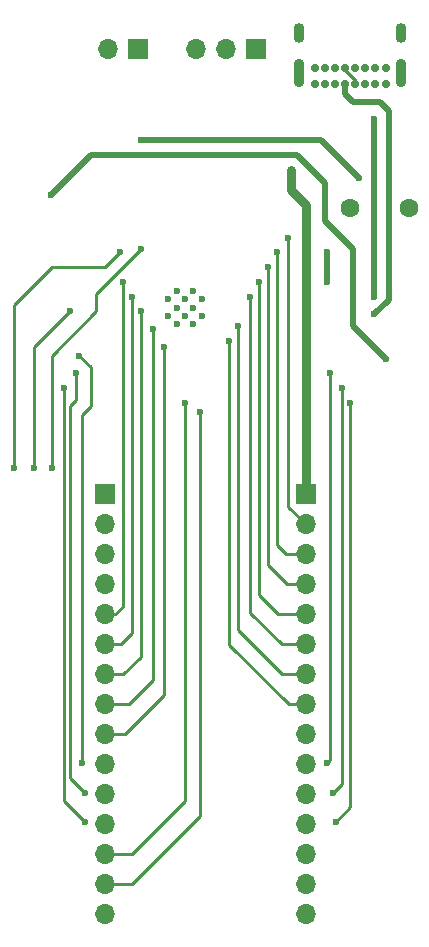
<source format=gbr>
%TF.GenerationSoftware,KiCad,Pcbnew,8.99.0-unknown-e6b739776e~181~ubuntu24.04.1*%
%TF.CreationDate,2024-12-30T21:47:43+01:00*%
%TF.ProjectId,Spinne_Werkstatt,5370696e-6e65-45f5-9765-726b73746174,rev?*%
%TF.SameCoordinates,Original*%
%TF.FileFunction,Copper,L2,Bot*%
%TF.FilePolarity,Positive*%
%FSLAX46Y46*%
G04 Gerber Fmt 4.6, Leading zero omitted, Abs format (unit mm)*
G04 Created by KiCad (PCBNEW 8.99.0-unknown-e6b739776e~181~ubuntu24.04.1) date 2024-12-30 21:47:43*
%MOMM*%
%LPD*%
G01*
G04 APERTURE LIST*
%TA.AperFunction,ComponentPad*%
%ADD10C,0.700000*%
%TD*%
%TA.AperFunction,ComponentPad*%
%ADD11O,0.900000X2.400000*%
%TD*%
%TA.AperFunction,ComponentPad*%
%ADD12O,0.900000X1.700000*%
%TD*%
%TA.AperFunction,ComponentPad*%
%ADD13O,1.700000X1.700000*%
%TD*%
%TA.AperFunction,ComponentPad*%
%ADD14R,1.700000X1.700000*%
%TD*%
%TA.AperFunction,ComponentPad*%
%ADD15C,1.600000*%
%TD*%
%TA.AperFunction,HeatsinkPad*%
%ADD16C,0.600000*%
%TD*%
%TA.AperFunction,ViaPad*%
%ADD17C,0.600000*%
%TD*%
%TA.AperFunction,Conductor*%
%ADD18C,0.762000*%
%TD*%
%TA.AperFunction,Conductor*%
%ADD19C,0.508000*%
%TD*%
%TA.AperFunction,Conductor*%
%ADD20C,0.254000*%
%TD*%
%TA.AperFunction,Conductor*%
%ADD21C,0.299974*%
%TD*%
G04 APERTURE END LIST*
D10*
%TO.P,USB-C1,A1,GND*%
%TO.N,GND*%
X154725000Y-42775000D03*
%TO.P,USB-C1,A4,VBUS*%
%TO.N,VBUS*%
X153875000Y-42775000D03*
%TO.P,USB-C1,A5,CC1*%
%TO.N,unconnected-(USB-C1-CC1-PadA5)*%
X153025000Y-42775000D03*
%TO.P,USB-C1,A6,D+*%
%TO.N,D+*%
X152175000Y-42775000D03*
%TO.P,USB-C1,A7,D-*%
%TO.N,D-*%
X151325000Y-42775000D03*
%TO.P,USB-C1,A8,SBU1*%
%TO.N,unconnected-(USB-C1-SBU1-PadA8)*%
X150475000Y-42775000D03*
%TO.P,USB-C1,A9,VBUS*%
%TO.N,VBUS*%
X149625000Y-42775000D03*
%TO.P,USB-C1,A12,GND*%
%TO.N,GND*%
X148775000Y-42775000D03*
%TO.P,USB-C1,B1,GND*%
X148775000Y-41425000D03*
%TO.P,USB-C1,B4,VBUS*%
%TO.N,VBUS*%
X149625000Y-41425000D03*
%TO.P,USB-C1,B5,CC2*%
%TO.N,unconnected-(USB-C1-CC2-PadB5)*%
X150475000Y-41425000D03*
%TO.P,USB-C1,B6,D+*%
%TO.N,D+*%
X151325000Y-41425000D03*
%TO.P,USB-C1,B7,D-*%
%TO.N,D-*%
X152175000Y-41425000D03*
%TO.P,USB-C1,B8,SBU2*%
%TO.N,unconnected-(USB-C1-SBU2-PadB8)*%
X153025000Y-41425000D03*
%TO.P,USB-C1,B9,VBUS*%
%TO.N,VBUS*%
X153875000Y-41425000D03*
%TO.P,USB-C1,B12,GND*%
%TO.N,GND*%
X154725000Y-41425000D03*
D11*
%TO.P,USB-C1,S1,SHIELD*%
X156075000Y-41795000D03*
D12*
X156075000Y-38415000D03*
D11*
X147425000Y-41795000D03*
D12*
X147425000Y-38415000D03*
%TD*%
D13*
%TO.P,J1,2,Pin_2*%
%TO.N,GND*%
X131235000Y-39750000D03*
D14*
%TO.P,J1,1,Pin_1*%
%TO.N,VCC*%
X133775000Y-39750000D03*
%TD*%
%TO.P,J3,1,Pin_1*%
%TO.N,VBUS*%
X143750000Y-39750000D03*
D13*
%TO.P,J3,2,Pin_2*%
%TO.N,+5V*%
X141210000Y-39750000D03*
%TO.P,J3,3,Pin_3*%
%TO.N,VCC*%
X138670000Y-39750000D03*
%TD*%
D15*
%TO.P,C_USB_UART1,1*%
%TO.N,+3V3*%
X156750000Y-53250000D03*
%TO.P,C_USB_UART1,2*%
%TO.N,GND*%
X151750000Y-53250000D03*
%TD*%
D13*
%TO.P,esp_right1,15,Pin_15*%
%TO.N,pin23*%
X148000000Y-113060000D03*
%TO.P,esp_right1,14,Pin_14*%
%TO.N,pin24*%
X148000000Y-110520000D03*
%TO.P,esp_right1,13,Pin_13*%
%TO.N,ESP32_IO0*%
X148000000Y-107980000D03*
%TO.P,esp_right1,12,Pin_12*%
%TO.N,pin26*%
X148000000Y-105440000D03*
%TO.P,esp_right1,11,Pin_11*%
%TO.N,pin27*%
X148000000Y-102900000D03*
%TO.P,esp_right1,10,Pin_10*%
%TO.N,pin28*%
X148000000Y-100360000D03*
%TO.P,esp_right1,9,Pin_9*%
%TO.N,pin29*%
X148000000Y-97820000D03*
%TO.P,esp_right1,8,Pin_8*%
%TO.N,pin30*%
X148000000Y-95280000D03*
%TO.P,esp_right1,7,Pin_7*%
%TO.N,pin31*%
X148000000Y-92740000D03*
%TO.P,esp_right1,6,Pin_6*%
%TO.N,pin33*%
X148000000Y-90200000D03*
%TO.P,esp_right1,5,Pin_5*%
%TO.N,ESP_RX*%
X148000000Y-87660000D03*
%TO.P,esp_right1,4,Pin_4*%
%TO.N,ESP_TX*%
X148000000Y-85120000D03*
%TO.P,esp_right1,3,Pin_3*%
%TO.N,pin36*%
X148000000Y-82580000D03*
%TO.P,esp_right1,2,Pin_2*%
%TO.N,pin37*%
X148000000Y-80040000D03*
D14*
%TO.P,esp_right1,1,Pin_1*%
%TO.N,+5V*%
X148000000Y-77500000D03*
%TD*%
D13*
%TO.P,esp_left1,15,Pin_15*%
%TO.N,pin16*%
X131000000Y-113060000D03*
%TO.P,esp_left1,14,Pin_14*%
%TO.N,pin14*%
X131000000Y-110520000D03*
%TO.P,esp_left1,13,Pin_13*%
%TO.N,pin13*%
X131000000Y-107980000D03*
%TO.P,esp_left1,12,Pin_12*%
%TO.N,pin12*%
X131000000Y-105440000D03*
%TO.P,esp_left1,11,Pin_11*%
%TO.N,pin11*%
X131000000Y-102900000D03*
%TO.P,esp_left1,10,Pin_10*%
%TO.N,pin10*%
X131000000Y-100360000D03*
%TO.P,esp_left1,9,Pin_9*%
%TO.N,pin9*%
X131000000Y-97820000D03*
%TO.P,esp_left1,8,Pin_8*%
%TO.N,pin8*%
X131000000Y-95280000D03*
%TO.P,esp_left1,7,Pin_7*%
%TO.N,pin7*%
X131000000Y-92740000D03*
%TO.P,esp_left1,6,Pin_6*%
%TO.N,pin6*%
X131000000Y-90200000D03*
%TO.P,esp_left1,5,Pin_5*%
%TO.N,pin5*%
X131000000Y-87660000D03*
%TO.P,esp_left1,4,Pin_4*%
%TO.N,pin4*%
X131000000Y-85120000D03*
%TO.P,esp_left1,3,Pin_3*%
%TO.N,ESP32_EN*%
X131000000Y-82580000D03*
%TO.P,esp_left1,2,Pin_2*%
%TO.N,+3V3*%
X131000000Y-80040000D03*
D14*
%TO.P,esp_left1,1,Pin_1*%
%TO.N,GND*%
X131000000Y-77500000D03*
%TD*%
D16*
%TO.P,U1,39,GND*%
%TO.N,GND*%
X136350000Y-60980000D03*
X136350000Y-62380000D03*
X137050000Y-60280000D03*
X137050000Y-61680000D03*
X137050000Y-63080000D03*
X137750000Y-60980000D03*
X137750000Y-62380000D03*
X138450000Y-60280000D03*
X138450000Y-61680000D03*
X138450000Y-63080000D03*
X139150000Y-60980000D03*
X139150000Y-62380000D03*
%TD*%
D17*
%TO.N,+5V*%
X146750000Y-50000000D03*
%TO.N,+3V3*%
X134000000Y-56750000D03*
X126500000Y-75250000D03*
%TO.N,ESP32_EN*%
X128000000Y-62000000D03*
X125000000Y-75250000D03*
%TO.N,pin4*%
X132250000Y-57000000D03*
X123250000Y-75250000D03*
%TO.N,pin13*%
X137750000Y-69750000D03*
%TO.N,pin14*%
X139000000Y-70500000D03*
%TO.N,pin5*%
X132500000Y-59500000D03*
%TO.N,pin6*%
X133250000Y-60750000D03*
%TO.N,pin7*%
X134000000Y-62000000D03*
%TO.N,pin8*%
X135000000Y-63500000D03*
%TO.N,pin9*%
X136000000Y-65000000D03*
%TO.N,pin37*%
X146500000Y-55750000D03*
%TO.N,pin36*%
X145500000Y-57000000D03*
%TO.N,ESP_RX*%
X144000000Y-59500000D03*
%TO.N,ESP_TX*%
X144750000Y-58250000D03*
%TO.N,pin33*%
X143250000Y-60750000D03*
%TO.N,pin31*%
X142250000Y-63250000D03*
%TO.N,pin30*%
X141500000Y-64500000D03*
%TO.N,pin28*%
X149750000Y-100250000D03*
X150000000Y-67250000D03*
%TO.N,pin27*%
X150250000Y-102750000D03*
X151000000Y-68500000D03*
%TO.N,pin26*%
X150500000Y-105250000D03*
X151750000Y-69750000D03*
%TO.N,pin10*%
X128750000Y-65770000D03*
X129000000Y-100250000D03*
%TO.N,pin11*%
X128500000Y-67250000D03*
X129250000Y-102750000D03*
%TO.N,pin12*%
X127500000Y-68500000D03*
X129250000Y-105250000D03*
%TO.N,+3V3*%
X152500000Y-50750000D03*
%TO.N,ESP_RX*%
X149750000Y-57000000D03*
X149750000Y-59500000D03*
%TO.N,D+*%
X153750000Y-45750000D03*
X153750000Y-60750000D03*
%TO.N,D-*%
X153750000Y-62250000D03*
%TO.N,+3V3*%
X134000000Y-47500000D03*
%TO.N,ESP32_EN*%
X126375000Y-52125000D03*
X154750000Y-66000000D03*
%TD*%
D18*
%TO.N,+5V*%
X146750000Y-50000000D02*
X146750000Y-51750000D01*
X146750000Y-51750000D02*
X148000000Y-53000000D01*
X148000000Y-53000000D02*
X148000000Y-77500000D01*
D19*
%TO.N,ESP32_EN*%
X154750000Y-66000000D02*
X152000000Y-63250000D01*
X152000000Y-63250000D02*
X152000000Y-56750000D01*
X129750000Y-48750000D02*
X126375000Y-52125000D01*
X152000000Y-56750000D02*
X149625000Y-54375000D01*
X149625000Y-54375000D02*
X149625000Y-51125000D01*
X149625000Y-51125000D02*
X147250000Y-48750000D01*
X147250000Y-48750000D02*
X129750000Y-48750000D01*
%TO.N,+3V3*%
X152500000Y-50750000D02*
X149250000Y-47500000D01*
X149250000Y-47500000D02*
X134000000Y-47500000D01*
D20*
X130250000Y-60500000D02*
X134000000Y-56750000D01*
X130250000Y-61000000D02*
X130250000Y-60500000D01*
X130250000Y-62000000D02*
X130250000Y-61000000D01*
%TO.N,pin4*%
X132250000Y-57000000D02*
X131000000Y-58250000D01*
X131000000Y-58250000D02*
X126500000Y-58250000D01*
X126500000Y-58250000D02*
X123250000Y-61500000D01*
X123250000Y-61500000D02*
X123250000Y-75250000D01*
%TO.N,+3V3*%
X126500000Y-75250000D02*
X126500000Y-65750000D01*
X126500000Y-65750000D02*
X130250000Y-62000000D01*
%TO.N,ESP32_EN*%
X125000000Y-75250000D02*
X125000000Y-65000000D01*
X125000000Y-65000000D02*
X128000000Y-62000000D01*
%TO.N,pin13*%
X137750000Y-92500000D02*
X137750000Y-69750000D01*
X137750000Y-92250000D02*
X137750000Y-92500000D01*
X133270000Y-107980000D02*
X137750000Y-103500000D01*
X131000000Y-107980000D02*
X133270000Y-107980000D01*
X137750000Y-103500000D02*
X137750000Y-92250000D01*
%TO.N,pin14*%
X131000000Y-110520000D02*
X133230000Y-110520000D01*
X133230000Y-110520000D02*
X139000000Y-104750000D01*
X139000000Y-104750000D02*
X139000000Y-70500000D01*
%TO.N,pin5*%
X132500000Y-87000000D02*
X132500000Y-59500000D01*
X131000000Y-87660000D02*
X131840000Y-87660000D01*
X131840000Y-87660000D02*
X132500000Y-87000000D01*
%TO.N,pin6*%
X131000000Y-90200000D02*
X132300000Y-90200000D01*
X132300000Y-90200000D02*
X133250000Y-89250000D01*
X133250000Y-89250000D02*
X133250000Y-60750000D01*
%TO.N,pin7*%
X134000000Y-62000000D02*
X134000000Y-91250000D01*
X132510000Y-92740000D02*
X131000000Y-92740000D01*
X134000000Y-91250000D02*
X132510000Y-92740000D01*
%TO.N,pin8*%
X135000000Y-63500000D02*
X135000000Y-93250000D01*
X135000000Y-93250000D02*
X132970000Y-95280000D01*
X132970000Y-95280000D02*
X131000000Y-95280000D01*
%TO.N,pin9*%
X136000000Y-65000000D02*
X136000000Y-94500000D01*
X136000000Y-94500000D02*
X132680000Y-97820000D01*
X132680000Y-97820000D02*
X131000000Y-97820000D01*
%TO.N,pin11*%
X129250000Y-102750000D02*
X128000000Y-101500000D01*
X128000000Y-101500000D02*
X128000000Y-70000000D01*
X128000000Y-70000000D02*
X128500000Y-69500000D01*
X128500000Y-69500000D02*
X128500000Y-67250000D01*
%TO.N,pin37*%
X146500000Y-55750000D02*
X146500000Y-78540000D01*
X146500000Y-78540000D02*
X148000000Y-80040000D01*
%TO.N,pin36*%
X145500000Y-81750000D02*
X145500000Y-57000000D01*
X148000000Y-82580000D02*
X146330000Y-82580000D01*
X146330000Y-82580000D02*
X145500000Y-81750000D01*
%TO.N,ESP_TX*%
X144750000Y-63925062D02*
X144750000Y-58250000D01*
%TO.N,ESP_RX*%
X144000000Y-64250000D02*
X144000000Y-59500000D01*
%TO.N,pin33*%
X148000000Y-90200000D02*
X145950000Y-90200000D01*
X145950000Y-90200000D02*
X143250000Y-87500000D01*
X143250000Y-87500000D02*
X143250000Y-60750000D01*
%TO.N,pin31*%
X148000000Y-92740000D02*
X145990000Y-92740000D01*
X145990000Y-92740000D02*
X142250000Y-89000000D01*
X142250000Y-89000000D02*
X142250000Y-63250000D01*
%TO.N,pin30*%
X141500000Y-64500000D02*
X141500000Y-90250000D01*
X141500000Y-90250000D02*
X146530000Y-95280000D01*
X146530000Y-95280000D02*
X148000000Y-95280000D01*
%TO.N,ESP_TX*%
X144750000Y-83500000D02*
X144750000Y-63925062D01*
X148000000Y-85120000D02*
X146370000Y-85120000D01*
X146370000Y-85120000D02*
X144750000Y-83500000D01*
%TO.N,ESP_RX*%
X148000000Y-87660000D02*
X145660000Y-87660000D01*
X144000000Y-86000000D02*
X144000000Y-64250000D01*
X145660000Y-87660000D02*
X144000000Y-86000000D01*
%TO.N,pin28*%
X149750000Y-100250000D02*
X150000000Y-100000000D01*
X150000000Y-100000000D02*
X150000000Y-67250000D01*
%TO.N,pin27*%
X151000000Y-68500000D02*
X151000000Y-102000000D01*
X151000000Y-102000000D02*
X150250000Y-102750000D01*
%TO.N,pin26*%
X151750000Y-104000000D02*
X151750000Y-69750000D01*
X150500000Y-105250000D02*
X151750000Y-104000000D01*
%TO.N,pin10*%
X128750000Y-65770000D02*
X128770000Y-65770000D01*
X128770000Y-65770000D02*
X129750000Y-66750000D01*
X129750000Y-66750000D02*
X129750000Y-70000000D01*
X129750000Y-70000000D02*
X129000000Y-70750000D01*
X129000000Y-70750000D02*
X129000000Y-100250000D01*
%TO.N,pin12*%
X127500000Y-103500000D02*
X127500000Y-68500000D01*
X129250000Y-105250000D02*
X127500000Y-103500000D01*
D19*
%TO.N,ESP_RX*%
X149750000Y-59500000D02*
X149750000Y-57000000D01*
%TO.N,D-*%
X151325000Y-42775000D02*
X151325000Y-43575000D01*
X151325000Y-43575000D02*
X152000000Y-44250000D01*
X152000000Y-44250000D02*
X154250000Y-44250000D01*
X155000000Y-45000000D02*
X155000000Y-61000000D01*
X154250000Y-44250000D02*
X155000000Y-45000000D01*
X155000000Y-61000000D02*
X153750000Y-62250000D01*
%TO.N,D+*%
X153750000Y-60750000D02*
X153750000Y-45750000D01*
D21*
X152175000Y-42775000D02*
X152175000Y-42425000D01*
X152175000Y-42425000D02*
X151325000Y-41575000D01*
X151325000Y-41575000D02*
X151325000Y-41425000D01*
%TD*%
M02*

</source>
